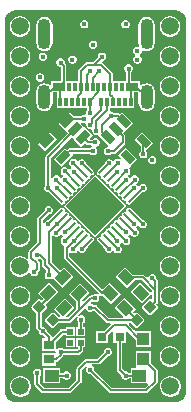
<source format=gtl>
G04*
G04 #@! TF.GenerationSoftware,Altium Limited,CircuitMaker,2.2.1 (2.2.1.6)*
G04*
G04 Layer_Physical_Order=1*
G04 Layer_Color=25308*
%FSLAX25Y25*%
%MOIN*%
G70*
G04*
G04 #@! TF.SameCoordinates,FB4DA932-24D3-4F87-B050-2CA4388B978A*
G04*
G04*
G04 #@! TF.FilePolarity,Positive*
G04*
G01*
G75*
%ADD12C,0.00787*%
%ADD17R,0.04724X0.03937*%
G04:AMPARAMS|DCode=18|XSize=23.62mil|YSize=43.31mil|CornerRadius=0mil|HoleSize=0mil|Usage=FLASHONLY|Rotation=315.000|XOffset=0mil|YOffset=0mil|HoleType=Round|Shape=Rectangle|*
%AMROTATEDRECTD18*
4,1,4,-0.02366,-0.00696,0.00696,0.02366,0.02366,0.00696,-0.00696,-0.02366,-0.02366,-0.00696,0.0*
%
%ADD18ROTATEDRECTD18*%

G04:AMPARAMS|DCode=19|XSize=25.59mil|YSize=43.31mil|CornerRadius=0mil|HoleSize=0mil|Usage=FLASHONLY|Rotation=45.000|XOffset=0mil|YOffset=0mil|HoleType=Round|Shape=Rectangle|*
%AMROTATEDRECTD19*
4,1,4,0.00626,-0.02436,-0.02436,0.00626,-0.00626,0.02436,0.02436,-0.00626,0.00626,-0.02436,0.0*
%
%ADD19ROTATEDRECTD19*%

%ADD20R,0.03937X0.02756*%
%ADD21R,0.01181X0.02756*%
%ADD22P,0.19487X4X90.0*%
G04:AMPARAMS|DCode=23|XSize=7.87mil|YSize=33.47mil|CornerRadius=0mil|HoleSize=0mil|Usage=FLASHONLY|Rotation=45.000|XOffset=0mil|YOffset=0mil|HoleType=Round|Shape=Round|*
%AMOVALD23*
21,1,0.02559,0.00787,0.00000,0.00000,135.0*
1,1,0.00787,0.00905,-0.00905*
1,1,0.00787,-0.00905,0.00905*
%
%ADD23OVALD23*%

G04:AMPARAMS|DCode=24|XSize=7.87mil|YSize=33.47mil|CornerRadius=0mil|HoleSize=0mil|Usage=FLASHONLY|Rotation=135.000|XOffset=0mil|YOffset=0mil|HoleType=Round|Shape=Round|*
%AMOVALD24*
21,1,0.02559,0.00787,0.00000,0.00000,225.0*
1,1,0.00787,0.00905,0.00905*
1,1,0.00787,-0.00905,-0.00905*
%
%ADD24OVALD24*%

G04:AMPARAMS|DCode=25|XSize=31.5mil|YSize=31.5mil|CornerRadius=3.15mil|HoleSize=0mil|Usage=FLASHONLY|Rotation=225.000|XOffset=0mil|YOffset=0mil|HoleType=Round|Shape=RoundedRectangle|*
%AMROUNDEDRECTD25*
21,1,0.03150,0.02520,0,0,225.0*
21,1,0.02520,0.03150,0,0,225.0*
1,1,0.00630,-0.01782,0.00000*
1,1,0.00630,0.00000,0.01782*
1,1,0.00630,0.01782,0.00000*
1,1,0.00630,0.00000,-0.01782*
%
%ADD25ROUNDEDRECTD25*%
%ADD26R,0.03543X0.03150*%
%ADD27R,0.04000X0.04400*%
G04:AMPARAMS|DCode=28|XSize=43.31mil|YSize=35.43mil|CornerRadius=0mil|HoleSize=0mil|Usage=FLASHONLY|Rotation=135.000|XOffset=0mil|YOffset=0mil|HoleType=Round|Shape=Rectangle|*
%AMROTATEDRECTD28*
4,1,4,0.02784,-0.00278,0.00278,-0.02784,-0.02784,0.00278,-0.00278,0.02784,0.02784,-0.00278,0.0*
%
%ADD28ROTATEDRECTD28*%

G04:AMPARAMS|DCode=29|XSize=43.31mil|YSize=35.43mil|CornerRadius=0mil|HoleSize=0mil|Usage=FLASHONLY|Rotation=45.000|XOffset=0mil|YOffset=0mil|HoleType=Round|Shape=Rectangle|*
%AMROTATEDRECTD29*
4,1,4,-0.00278,-0.02784,-0.02784,-0.00278,0.00278,0.02784,0.02784,0.00278,-0.00278,-0.02784,0.0*
%
%ADD29ROTATEDRECTD29*%

%ADD30R,0.01968X0.01968*%
%ADD31R,0.03150X0.03150*%
G04:AMPARAMS|DCode=32|XSize=31.5mil|YSize=31.5mil|CornerRadius=3.15mil|HoleSize=0mil|Usage=FLASHONLY|Rotation=315.000|XOffset=0mil|YOffset=0mil|HoleType=Round|Shape=RoundedRectangle|*
%AMROUNDEDRECTD32*
21,1,0.03150,0.02520,0,0,315.0*
21,1,0.02520,0.03150,0,0,315.0*
1,1,0.00630,0.00000,-0.01782*
1,1,0.00630,-0.01782,0.00000*
1,1,0.00630,0.00000,0.01782*
1,1,0.00630,0.01782,0.00000*
%
%ADD32ROUNDEDRECTD32*%
G04:AMPARAMS|DCode=54|XSize=82.68mil|YSize=43.31mil|CornerRadius=21.65mil|HoleSize=0mil|Usage=FLASHONLY|Rotation=270.000|XOffset=0mil|YOffset=0mil|HoleType=Round|Shape=RoundedRectangle|*
%AMROUNDEDRECTD54*
21,1,0.08268,0.00000,0,0,270.0*
21,1,0.03937,0.04331,0,0,270.0*
1,1,0.04331,0.00000,-0.01968*
1,1,0.04331,0.00000,0.01968*
1,1,0.04331,0.00000,0.01968*
1,1,0.04331,0.00000,-0.01968*
%
%ADD54ROUNDEDRECTD54*%
G04:AMPARAMS|DCode=55|XSize=102.36mil|YSize=43.31mil|CornerRadius=21.65mil|HoleSize=0mil|Usage=FLASHONLY|Rotation=270.000|XOffset=0mil|YOffset=0mil|HoleType=Round|Shape=RoundedRectangle|*
%AMROUNDEDRECTD55*
21,1,0.10236,0.00000,0,0,270.0*
21,1,0.05905,0.04331,0,0,270.0*
1,1,0.04331,0.00000,-0.02953*
1,1,0.04331,0.00000,0.02953*
1,1,0.04331,0.00000,0.02953*
1,1,0.04331,0.00000,-0.02953*
%
%ADD55ROUNDEDRECTD55*%
%ADD56C,0.05905*%
%ADD57C,0.01772*%
%ADD58C,0.03150*%
G36*
X157841Y230557D02*
X158558Y230261D01*
X159203Y229830D01*
X159751Y229281D01*
X160182Y228637D01*
X160479Y227920D01*
X160630Y227159D01*
Y226772D01*
Y103937D01*
Y103549D01*
X160479Y102789D01*
X160182Y102072D01*
X159751Y101427D01*
X159203Y100879D01*
X158558Y100448D01*
X157841Y100151D01*
X157081Y100000D01*
X103549D01*
X102789Y100151D01*
X102072Y100448D01*
X101427Y100879D01*
X100879Y101427D01*
X100448Y102072D01*
X100151Y102789D01*
X100000Y103549D01*
Y103937D01*
Y226772D01*
Y227159D01*
X100151Y227920D01*
X100448Y228637D01*
X100879Y229281D01*
X101427Y229830D01*
X102072Y230261D01*
X102789Y230557D01*
X103549Y230709D01*
X157081D01*
X157841Y230557D01*
D02*
G37*
%LPC*%
G36*
X140630Y227370D02*
X140079D01*
X139569Y227159D01*
X139180Y226769D01*
X138969Y226260D01*
Y225709D01*
X139180Y225199D01*
X139569Y224809D01*
X140079Y224598D01*
X140630D01*
X141139Y224809D01*
X141529Y225199D01*
X141740Y225709D01*
Y226260D01*
X141529Y226769D01*
X141139Y227159D01*
X140630Y227370D01*
D02*
G37*
G36*
X126850D02*
X126299D01*
X125790Y227159D01*
X125400Y226769D01*
X125189Y226260D01*
Y225709D01*
X125400Y225199D01*
X125790Y224809D01*
X126299Y224598D01*
X126850D01*
X127360Y224809D01*
X127750Y225199D01*
X127961Y225709D01*
Y226260D01*
X127750Y226769D01*
X127360Y227159D01*
X126850Y227370D01*
D02*
G37*
G36*
X155573Y228768D02*
X154664D01*
X153785Y228532D01*
X152998Y228078D01*
X152355Y227435D01*
X151901Y226648D01*
X151665Y225769D01*
Y224860D01*
X151901Y223982D01*
X152355Y223195D01*
X152998Y222552D01*
X153785Y222097D01*
X154664Y221862D01*
X155573D01*
X156451Y222097D01*
X157238Y222552D01*
X157881Y223195D01*
X158336Y223982D01*
X158571Y224860D01*
Y225769D01*
X158336Y226648D01*
X157881Y227435D01*
X157238Y228078D01*
X156451Y228532D01*
X155573Y228768D01*
D02*
G37*
G36*
X105573D02*
X104664D01*
X103785Y228532D01*
X102998Y228078D01*
X102355Y227435D01*
X101901Y226648D01*
X101665Y225769D01*
Y224860D01*
X101901Y223982D01*
X102355Y223195D01*
X102998Y222552D01*
X103785Y222097D01*
X104664Y221862D01*
X105573D01*
X106451Y222097D01*
X107238Y222552D01*
X107881Y223195D01*
X108336Y223982D01*
X108571Y224860D01*
Y225769D01*
X108336Y226648D01*
X107881Y227435D01*
X107238Y228078D01*
X106451Y228532D01*
X105573Y228768D01*
D02*
G37*
G36*
X129803Y220528D02*
X129252D01*
X128743Y220317D01*
X128353Y219927D01*
X128142Y219417D01*
Y218866D01*
X128353Y218357D01*
X128743Y217967D01*
X129252Y217756D01*
X129803D01*
X130313Y217967D01*
X130702Y218357D01*
X130913Y218866D01*
Y219417D01*
X130702Y219927D01*
X130313Y220317D01*
X129803Y220528D01*
D02*
G37*
G36*
X147323Y228358D02*
X146627Y228266D01*
X145979Y227997D01*
X145422Y227570D01*
X144995Y227013D01*
X144726Y226365D01*
X144634Y225669D01*
Y219764D01*
X144726Y219068D01*
X144766Y218970D01*
X144706Y218832D01*
X144415Y218512D01*
X144016D01*
X143506Y218301D01*
X143116Y217911D01*
X142905Y217402D01*
Y216850D01*
X143116Y216341D01*
X143506Y215951D01*
X143581Y215920D01*
Y215379D01*
X143506Y215348D01*
X143116Y214958D01*
X142905Y214449D01*
Y213898D01*
X143116Y213388D01*
X143506Y212998D01*
X144016Y212787D01*
X144567D01*
X145076Y212998D01*
X145466Y213388D01*
X145677Y213898D01*
Y214449D01*
X145466Y214958D01*
X145076Y215348D01*
X145002Y215379D01*
Y215920D01*
X145076Y215951D01*
X145466Y216341D01*
X145677Y216850D01*
Y217038D01*
X145736Y217115D01*
X146177Y217353D01*
X146627Y217167D01*
X147323Y217075D01*
X148019Y217167D01*
X148667Y217436D01*
X149224Y217863D01*
X149651Y218420D01*
X149920Y219068D01*
X150011Y219764D01*
Y225669D01*
X149920Y226365D01*
X149651Y227013D01*
X149224Y227570D01*
X148667Y227997D01*
X148019Y228266D01*
X147323Y228358D01*
D02*
G37*
G36*
X113307D02*
X112611Y228266D01*
X111963Y227997D01*
X111406Y227570D01*
X110979Y227013D01*
X110710Y226365D01*
X110619Y225669D01*
Y219764D01*
X110710Y219068D01*
X110979Y218420D01*
X111406Y217863D01*
X111963Y217436D01*
X112611Y217167D01*
X113307Y217075D01*
X114003Y217167D01*
X114651Y217436D01*
X115208Y217863D01*
X115635Y218420D01*
X115904Y219068D01*
X115995Y219764D01*
Y225669D01*
X115904Y226365D01*
X115635Y227013D01*
X115208Y227570D01*
X114651Y227997D01*
X114003Y228266D01*
X113307Y228358D01*
D02*
G37*
G36*
X113071Y216543D02*
X112520D01*
X112010Y216332D01*
X111620Y215943D01*
X111409Y215433D01*
Y214882D01*
X111620Y214372D01*
X112010Y213983D01*
X112520Y213772D01*
X113071D01*
X113580Y213983D01*
X113970Y214372D01*
X114181Y214882D01*
Y215433D01*
X113970Y215943D01*
X113580Y216332D01*
X113071Y216543D01*
D02*
G37*
G36*
X122914Y215559D02*
X122362D01*
X121853Y215348D01*
X121463Y214958D01*
X121252Y214449D01*
Y213898D01*
X121463Y213388D01*
X121853Y212998D01*
X122362Y212787D01*
X122914D01*
X123423Y212998D01*
X123813Y213388D01*
X124024Y213898D01*
Y214449D01*
X123813Y214958D01*
X123423Y215348D01*
X122914Y215559D01*
D02*
G37*
G36*
X155573Y218768D02*
X154664D01*
X153785Y218532D01*
X152998Y218078D01*
X152355Y217435D01*
X151901Y216648D01*
X151665Y215770D01*
Y214860D01*
X151901Y213982D01*
X152355Y213195D01*
X152998Y212552D01*
X153785Y212098D01*
X154664Y211862D01*
X155573D01*
X156451Y212098D01*
X157238Y212552D01*
X157881Y213195D01*
X158336Y213982D01*
X158571Y214860D01*
Y215770D01*
X158336Y216648D01*
X157881Y217435D01*
X157238Y218078D01*
X156451Y218532D01*
X155573Y218768D01*
D02*
G37*
G36*
X105573D02*
X104664D01*
X103785Y218532D01*
X102998Y218078D01*
X102355Y217435D01*
X101901Y216648D01*
X101665Y215770D01*
Y214860D01*
X101901Y213982D01*
X102355Y213195D01*
X102998Y212552D01*
X103785Y212098D01*
X104664Y211862D01*
X105573D01*
X106451Y212098D01*
X107238Y212552D01*
X107881Y213195D01*
X108336Y213982D01*
X108571Y214860D01*
Y215770D01*
X108336Y216648D01*
X107881Y217435D01*
X107238Y218078D01*
X106451Y218532D01*
X105573Y218768D01*
D02*
G37*
G36*
X132756Y216543D02*
X132205D01*
X131695Y216332D01*
X131306Y215943D01*
X131095Y215433D01*
Y215060D01*
X129461Y213427D01*
X127599D01*
X127250Y213358D01*
X126955Y213160D01*
X124749Y210955D01*
X124552Y210659D01*
X124483Y210310D01*
Y206996D01*
X120596D01*
Y212205D01*
X120527Y212553D01*
X120329Y212849D01*
X120087Y213092D01*
Y213465D01*
X119876Y213974D01*
X119486Y214364D01*
X118976Y214575D01*
X118425D01*
X117916Y214364D01*
X117526Y213974D01*
X117315Y213465D01*
Y212913D01*
X117526Y212404D01*
X117916Y212014D01*
X118425Y211803D01*
X118774D01*
Y207070D01*
X118700Y206996D01*
X115642D01*
Y205740D01*
X115401Y205598D01*
X115142Y205535D01*
X114651Y205911D01*
X114003Y206179D01*
X113307Y206271D01*
X112611Y206179D01*
X111963Y205911D01*
X111406Y205484D01*
X110979Y204927D01*
X110710Y204278D01*
X110619Y203583D01*
Y199646D01*
X110710Y198950D01*
X110979Y198301D01*
X111406Y197745D01*
X111963Y197318D01*
X112611Y197049D01*
X113307Y196957D01*
X114003Y197049D01*
X114651Y197318D01*
X115208Y197745D01*
X115635Y198301D01*
X115904Y198950D01*
X115995Y199646D01*
Y203014D01*
X116222Y203240D01*
X117593D01*
Y201878D01*
X117413D01*
Y198122D01*
X127435D01*
Y197309D01*
X127368Y197242D01*
X127157Y196732D01*
Y196288D01*
X126981Y196050D01*
X126743Y195874D01*
X126299D01*
X125790Y195663D01*
X125526Y195399D01*
X122925D01*
X121668Y196657D01*
X117898Y192888D01*
X120189Y190597D01*
X120276Y190510D01*
X120543Y190243D01*
X120543Y190243D01*
X121087Y189699D01*
X113874Y182485D01*
X113676Y182190D01*
X113607Y181841D01*
Y172456D01*
X113343Y172193D01*
X113132Y171683D01*
Y171132D01*
X113343Y170623D01*
X113733Y170233D01*
X114242Y170022D01*
X114615D01*
X116726Y167912D01*
X116726Y167912D01*
X118535Y166102D01*
X118831Y165904D01*
X119179Y165835D01*
X119528Y165904D01*
X119824Y166102D01*
X120021Y166398D01*
X120091Y166746D01*
X120072Y166842D01*
X120476Y167246D01*
X120571Y167227D01*
X120920Y167296D01*
X121216Y167494D01*
X121413Y167789D01*
X121483Y168138D01*
X121464Y168234D01*
X121868Y168638D01*
X121963Y168619D01*
X122312Y168688D01*
X122608Y168886D01*
X122805Y169181D01*
X122874Y169530D01*
X122855Y169626D01*
X123260Y170030D01*
X123355Y170011D01*
X123704Y170080D01*
X124000Y170278D01*
X124197Y170573D01*
X124267Y170922D01*
X124248Y171018D01*
X124652Y171422D01*
X124747Y171403D01*
X125096Y171472D01*
X125391Y171670D01*
X125589Y171965D01*
X125658Y172314D01*
X125639Y172409D01*
X126044Y172814D01*
X126139Y172795D01*
X126488Y172864D01*
X126783Y173062D01*
X126981Y173357D01*
X127050Y173706D01*
X127031Y173801D01*
X127436Y174206D01*
X127531Y174187D01*
X127880Y174256D01*
X128175Y174454D01*
X128373Y174749D01*
X128442Y175098D01*
X128423Y175193D01*
X128828Y175598D01*
X128923Y175579D01*
X129272Y175648D01*
X129567Y175846D01*
X129765Y176141D01*
X129834Y176490D01*
X129765Y176839D01*
X129567Y177134D01*
X127758Y178944D01*
X127758Y178944D01*
X127173Y179528D01*
Y179901D01*
X126962Y180411D01*
X126572Y180800D01*
X126063Y181011D01*
X125512D01*
X125002Y180800D01*
X124613Y180411D01*
X124086Y180445D01*
X124045Y180544D01*
X123655Y180934D01*
X123145Y181145D01*
X122594D01*
X122085Y180934D01*
X121695Y180544D01*
X121484Y180035D01*
Y179484D01*
X121695Y178974D01*
X122085Y178585D01*
X122184Y178543D01*
X122219Y178016D01*
X121829Y177627D01*
X121302Y177661D01*
X121261Y177761D01*
X120871Y178150D01*
X120361Y178361D01*
X119810D01*
X119301Y178150D01*
X118911Y177761D01*
X118700Y177251D01*
Y176700D01*
X118911Y176190D01*
X119301Y175801D01*
X119400Y175759D01*
X119435Y175233D01*
X119045Y174843D01*
X118518Y174877D01*
X118477Y174977D01*
X118087Y175366D01*
X117578Y175577D01*
X117026D01*
X116517Y175366D01*
X116127Y174977D01*
X115916Y174467D01*
X115429Y174499D01*
Y181463D01*
X122376Y188410D01*
X122834Y187952D01*
X122920Y187866D01*
X123187Y187598D01*
X123274Y187512D01*
X125565Y185221D01*
X126805Y186461D01*
X127297Y185970D01*
X127593Y185772D01*
X127941Y185703D01*
X128952D01*
X129104Y185509D01*
X128935Y184916D01*
X128743Y184836D01*
X128479Y184573D01*
X121628D01*
X121279Y184503D01*
X120984Y184306D01*
X120820Y184142D01*
X120276Y184687D01*
X116506Y180917D01*
X118884Y178540D01*
X122653Y182309D01*
Y182309D01*
X122836Y182750D01*
X128479D01*
X128743Y182487D01*
X129252Y182276D01*
X129803D01*
X130313Y182487D01*
X130702Y182876D01*
X130913Y183386D01*
Y183937D01*
X130702Y184446D01*
X130420Y184728D01*
X130572Y185227D01*
X130574Y185228D01*
X130591D01*
X131100Y185439D01*
X131490Y185829D01*
X131701Y186338D01*
Y186890D01*
X131490Y187399D01*
X131100Y187789D01*
X130591Y188000D01*
X130039D01*
X129530Y187789D01*
X129266Y187525D01*
X128577D01*
X128369Y188025D01*
X129334Y188990D01*
X127043Y191281D01*
X126957Y191368D01*
X126690Y191635D01*
X126603Y191721D01*
X125583Y192742D01*
X125733Y193298D01*
X125773Y193309D01*
X125827Y193298D01*
X126299Y193102D01*
X126743D01*
X126981Y192926D01*
X127157Y192688D01*
Y192244D01*
X127368Y191735D01*
X127758Y191345D01*
X128268Y191134D01*
X128712D01*
X128950Y190958D01*
X129126Y190720D01*
Y190276D01*
X129337Y189766D01*
X129727Y189376D01*
X130236Y189165D01*
X130788D01*
X130835Y189185D01*
X131226Y188921D01*
X134599Y185547D01*
X134392Y185047D01*
X134173D01*
X133664Y184836D01*
X133274Y184446D01*
X133063Y183937D01*
Y183386D01*
X133274Y182876D01*
X133664Y182487D01*
X134173Y182276D01*
X134724D01*
X135234Y182487D01*
X135497Y182750D01*
X136417D01*
X136766Y182820D01*
X137062Y183017D01*
X140014Y185970D01*
X140212Y186266D01*
X140281Y186614D01*
Y188583D01*
X140212Y188931D01*
X140014Y189227D01*
X139543Y189699D01*
X139931Y190087D01*
X140157Y190313D01*
X140510Y190666D01*
X142801Y192957D01*
X139032Y196727D01*
X138418Y196113D01*
X138414Y196117D01*
X138118Y196314D01*
X137770Y196384D01*
X136482D01*
X136218Y196647D01*
X135709Y196858D01*
X135518D01*
X135477Y196881D01*
X135146Y197353D01*
X135163Y197441D01*
Y198122D01*
X143217D01*
Y201878D01*
X143037D01*
Y203240D01*
X144408D01*
X144634Y203014D01*
Y199646D01*
X144726Y198950D01*
X144995Y198301D01*
X145422Y197745D01*
X145979Y197318D01*
X146627Y197049D01*
X147323Y196957D01*
X148019Y197049D01*
X148667Y197318D01*
X149224Y197745D01*
X149651Y198301D01*
X149920Y198950D01*
X150011Y199646D01*
Y203583D01*
X149920Y204278D01*
X149651Y204927D01*
X149224Y205484D01*
X148667Y205911D01*
X148019Y206179D01*
X147323Y206271D01*
X146627Y206179D01*
X145979Y205911D01*
X145488Y205535D01*
X145229Y205598D01*
X144988Y205740D01*
Y206996D01*
X142250D01*
Y210172D01*
X142513Y210436D01*
X142724Y210945D01*
Y211496D01*
X142513Y212005D01*
X142124Y212395D01*
X141614Y212606D01*
X141063D01*
X140554Y212395D01*
X140164Y212005D01*
X139953Y211496D01*
Y210945D01*
X140164Y210436D01*
X140427Y210172D01*
Y206996D01*
X136147D01*
Y209449D01*
X136078Y209798D01*
X135880Y210093D01*
X132814Y213160D01*
X132647Y213272D01*
X132739Y213694D01*
X132772Y213778D01*
X133265Y213983D01*
X133655Y214372D01*
X133866Y214882D01*
Y215433D01*
X133655Y215943D01*
X133265Y216332D01*
X132756Y216543D01*
D02*
G37*
G36*
X112087Y209653D02*
X111535D01*
X111026Y209443D01*
X110636Y209053D01*
X110425Y208543D01*
Y207992D01*
X110636Y207483D01*
X111026Y207093D01*
X111535Y206882D01*
X112087D01*
X112596Y207093D01*
X112986Y207483D01*
X113197Y207992D01*
Y208543D01*
X112986Y209053D01*
X112596Y209443D01*
X112087Y209653D01*
D02*
G37*
G36*
X155573Y208768D02*
X154664D01*
X153785Y208532D01*
X152998Y208078D01*
X152355Y207435D01*
X151901Y206648D01*
X151665Y205769D01*
Y204860D01*
X151901Y203982D01*
X152355Y203195D01*
X152998Y202552D01*
X153785Y202098D01*
X154664Y201862D01*
X155573D01*
X156451Y202098D01*
X157238Y202552D01*
X157881Y203195D01*
X158336Y203982D01*
X158571Y204860D01*
Y205769D01*
X158336Y206648D01*
X157881Y207435D01*
X157238Y208078D01*
X156451Y208532D01*
X155573Y208768D01*
D02*
G37*
G36*
X105573D02*
X104664D01*
X103785Y208532D01*
X102998Y208078D01*
X102355Y207435D01*
X101901Y206648D01*
X101665Y205769D01*
Y204860D01*
X101901Y203982D01*
X102355Y203195D01*
X102998Y202552D01*
X103785Y202098D01*
X104664Y201862D01*
X105573D01*
X106451Y202098D01*
X107238Y202552D01*
X107881Y203195D01*
X108336Y203982D01*
X108571Y204860D01*
Y205769D01*
X108336Y206648D01*
X107881Y207435D01*
X107238Y208078D01*
X106451Y208532D01*
X105573Y208768D01*
D02*
G37*
G36*
X155573Y198768D02*
X154664D01*
X153785Y198532D01*
X152998Y198078D01*
X152355Y197435D01*
X151901Y196648D01*
X151665Y195770D01*
Y194860D01*
X151901Y193982D01*
X152355Y193195D01*
X152998Y192552D01*
X153785Y192097D01*
X154664Y191862D01*
X155573D01*
X156451Y192097D01*
X157238Y192552D01*
X157881Y193195D01*
X158336Y193982D01*
X158571Y194860D01*
Y195770D01*
X158336Y196648D01*
X157881Y197435D01*
X157238Y198078D01*
X156451Y198532D01*
X155573Y198768D01*
D02*
G37*
G36*
X105573D02*
X104664D01*
X103785Y198532D01*
X102998Y198078D01*
X102355Y197435D01*
X101901Y196648D01*
X101665Y195770D01*
Y194860D01*
X101901Y193982D01*
X102355Y193195D01*
X102998Y192552D01*
X103785Y192097D01*
X104664Y191862D01*
X105573D01*
X106451Y192097D01*
X107238Y192552D01*
X107881Y193195D01*
X108336Y193982D01*
X108571Y194860D01*
Y195770D01*
X108336Y196648D01*
X107881Y197435D01*
X107238Y198078D01*
X106451Y198532D01*
X105573Y198768D01*
D02*
G37*
G36*
X114986Y189976D02*
X111217Y186206D01*
X113594Y183829D01*
X117364Y187598D01*
X114986Y189976D01*
D02*
G37*
G36*
X155573Y188768D02*
X154664D01*
X153785Y188532D01*
X152998Y188078D01*
X152355Y187435D01*
X151901Y186648D01*
X151665Y185769D01*
Y184860D01*
X151901Y183982D01*
X152355Y183195D01*
X152998Y182552D01*
X153785Y182097D01*
X154664Y181862D01*
X155573D01*
X156451Y182097D01*
X157238Y182552D01*
X157881Y183195D01*
X158336Y183982D01*
X158571Y184860D01*
Y185769D01*
X158336Y186648D01*
X157881Y187435D01*
X157238Y188078D01*
X156451Y188532D01*
X155573Y188768D01*
D02*
G37*
G36*
X105573D02*
X104664D01*
X103785Y188532D01*
X102998Y188078D01*
X102355Y187435D01*
X101901Y186648D01*
X101665Y185769D01*
Y184860D01*
X101901Y183982D01*
X102355Y183195D01*
X102998Y182552D01*
X103785Y182097D01*
X104664Y181862D01*
X105573D01*
X106451Y182097D01*
X107238Y182552D01*
X107881Y183195D01*
X108336Y183982D01*
X108571Y184860D01*
Y185769D01*
X108336Y186648D01*
X107881Y187435D01*
X107238Y188078D01*
X106451Y188532D01*
X105573Y188768D01*
D02*
G37*
G36*
X145713Y190045D02*
X143197Y187529D01*
X145349Y185377D01*
Y183726D01*
X145085Y183462D01*
X144874Y182953D01*
Y182402D01*
X145085Y181892D01*
X145475Y181502D01*
X145984Y181291D01*
X146536D01*
X147045Y181502D01*
X147435Y181892D01*
X147646Y182402D01*
Y182953D01*
X147435Y183462D01*
X147171Y183726D01*
Y183965D01*
X149483Y186276D01*
X145713Y190045D01*
D02*
G37*
G36*
X140424Y184756D02*
X137907Y182239D01*
X138831Y181316D01*
X138545Y180934D01*
X138036Y181145D01*
X137485D01*
X136975Y180934D01*
X136585Y180544D01*
X136544Y180445D01*
X136017Y180411D01*
X135627Y180800D01*
X135118Y181011D01*
X134567D01*
X134057Y180800D01*
X133668Y180411D01*
X133457Y179901D01*
Y179528D01*
X132872Y178944D01*
X132872Y178944D01*
X131063Y177134D01*
X130865Y176839D01*
X130796Y176490D01*
X130865Y176141D01*
X131063Y175846D01*
X131358Y175648D01*
X131707Y175579D01*
X131802Y175598D01*
X132207Y175193D01*
X132188Y175098D01*
X132257Y174749D01*
X132455Y174454D01*
X132750Y174256D01*
X133099Y174187D01*
X133194Y174206D01*
X133599Y173801D01*
X133580Y173706D01*
X133649Y173357D01*
X133846Y173062D01*
X134142Y172864D01*
X134491Y172795D01*
X134586Y172814D01*
X134991Y172409D01*
X134971Y172314D01*
X135041Y171965D01*
X135238Y171670D01*
X135534Y171472D01*
X135883Y171403D01*
X135978Y171422D01*
X136382Y171018D01*
X136363Y170922D01*
X136433Y170573D01*
X136630Y170278D01*
X136926Y170080D01*
X137275Y170011D01*
X137370Y170030D01*
X137774Y169626D01*
X137755Y169530D01*
X137825Y169181D01*
X138022Y168886D01*
X138318Y168688D01*
X138667Y168619D01*
X138762Y168638D01*
X139166Y168234D01*
X139147Y168138D01*
X139217Y167789D01*
X139414Y167494D01*
X139710Y167296D01*
X140059Y167227D01*
X140154Y167246D01*
X140558Y166842D01*
X140539Y166746D01*
X140609Y166398D01*
X140806Y166102D01*
X141102Y165904D01*
X141451Y165835D01*
X141799Y165904D01*
X142095Y166102D01*
X143904Y167912D01*
X143904Y167912D01*
X146015Y170022D01*
X146388D01*
X146897Y170233D01*
X147287Y170623D01*
X147498Y171132D01*
Y171683D01*
X147287Y172193D01*
X146897Y172583D01*
X146388Y172793D01*
X145836D01*
X145327Y172583D01*
X144937Y172193D01*
X144896Y172093D01*
X144369Y172059D01*
X143979Y172449D01*
X144014Y172976D01*
X144113Y173017D01*
X144503Y173407D01*
X144714Y173916D01*
Y174467D01*
X144503Y174977D01*
X144113Y175366D01*
X143604Y175577D01*
X143052D01*
X142543Y175366D01*
X142153Y174977D01*
X142112Y174877D01*
X141585Y174843D01*
X141195Y175233D01*
X141230Y175759D01*
X141329Y175801D01*
X141719Y176190D01*
X141930Y176700D01*
Y177251D01*
X141719Y177761D01*
X141391Y178088D01*
X141677Y178470D01*
X141689Y178482D01*
X141985Y178779D01*
X141986Y178779D01*
X142005Y178798D01*
X144193Y180987D01*
X140424Y184756D01*
D02*
G37*
G36*
X149488Y182095D02*
X148937D01*
X148428Y181884D01*
X148038Y181494D01*
X147827Y180984D01*
Y180433D01*
X148038Y179924D01*
X148428Y179534D01*
X148937Y179323D01*
X149488D01*
X149998Y179534D01*
X150387Y179924D01*
X150598Y180433D01*
Y180984D01*
X150387Y181494D01*
X149998Y181884D01*
X149488Y182095D01*
D02*
G37*
G36*
X155573Y178768D02*
X154664D01*
X153785Y178532D01*
X152998Y178078D01*
X152355Y177435D01*
X151901Y176648D01*
X151665Y175769D01*
Y174860D01*
X151901Y173982D01*
X152355Y173195D01*
X152998Y172552D01*
X153785Y172098D01*
X154664Y171862D01*
X155573D01*
X156451Y172098D01*
X157238Y172552D01*
X157881Y173195D01*
X158336Y173982D01*
X158571Y174860D01*
Y175769D01*
X158336Y176648D01*
X157881Y177435D01*
X157238Y178078D01*
X156451Y178532D01*
X155573Y178768D01*
D02*
G37*
G36*
X105573D02*
X104664D01*
X103785Y178532D01*
X102998Y178078D01*
X102355Y177435D01*
X101901Y176648D01*
X101665Y175769D01*
Y174860D01*
X101901Y173982D01*
X102355Y173195D01*
X102998Y172552D01*
X103785Y172098D01*
X104664Y171862D01*
X105573D01*
X106451Y172098D01*
X107238Y172552D01*
X107881Y173195D01*
X108336Y173982D01*
X108571Y174860D01*
Y175769D01*
X108336Y176648D01*
X107881Y177435D01*
X107238Y178078D01*
X106451Y178532D01*
X105573Y178768D01*
D02*
G37*
G36*
X141451Y164874D02*
X141102Y164804D01*
X140806Y164607D01*
X140609Y164311D01*
X140539Y163962D01*
X140558Y163867D01*
X140154Y163463D01*
X140059Y163482D01*
X139710Y163412D01*
X139414Y163215D01*
X139217Y162919D01*
X139147Y162571D01*
X139166Y162475D01*
X138762Y162071D01*
X138667Y162090D01*
X138318Y162020D01*
X138022Y161823D01*
X137825Y161527D01*
X137755Y161179D01*
X137774Y161083D01*
X137370Y160679D01*
X137275Y160698D01*
X136926Y160628D01*
X136630Y160431D01*
X136433Y160135D01*
X136363Y159787D01*
X136382Y159691D01*
X135978Y159287D01*
X135883Y159306D01*
X135534Y159237D01*
X135238Y159039D01*
X135041Y158743D01*
X134971Y158395D01*
X134991Y158299D01*
X134586Y157895D01*
X134491Y157914D01*
X134142Y157844D01*
X133846Y157647D01*
X133649Y157351D01*
X133580Y157003D01*
X133599Y156907D01*
X133194Y156503D01*
X133099Y156522D01*
X132750Y156453D01*
X132455Y156255D01*
X132257Y155959D01*
X132188Y155611D01*
X132207Y155515D01*
X131802Y155111D01*
X131707Y155130D01*
X131358Y155061D01*
X131063Y154863D01*
X130865Y154568D01*
X130796Y154219D01*
X130865Y153870D01*
X131063Y153575D01*
X132872Y151765D01*
X132872Y151765D01*
X133457Y151180D01*
Y150807D01*
X133668Y150298D01*
X134057Y149908D01*
X134567Y149697D01*
X135118D01*
X135627Y149908D01*
X136017Y150298D01*
X136544Y150264D01*
X136585Y150164D01*
X136975Y149774D01*
X137485Y149564D01*
X138036D01*
X138545Y149774D01*
X138935Y150164D01*
X139146Y150674D01*
Y151225D01*
X138935Y151734D01*
X138545Y152124D01*
X138446Y152165D01*
X138411Y152692D01*
X138801Y153082D01*
X139328Y153048D01*
X139369Y152948D01*
X139759Y152558D01*
X140269Y152347D01*
X140820D01*
X141329Y152558D01*
X141719Y152948D01*
X141930Y153457D01*
Y154009D01*
X141719Y154518D01*
X141329Y154908D01*
X141230Y154949D01*
X141195Y155476D01*
X141585Y155866D01*
X142112Y155832D01*
X142153Y155732D01*
X142543Y155342D01*
X143052Y155131D01*
X143604D01*
X144113Y155342D01*
X144503Y155732D01*
X144714Y156241D01*
Y156793D01*
X144503Y157302D01*
X144113Y157692D01*
X144014Y157733D01*
X143979Y158260D01*
X144369Y158650D01*
X144896Y158615D01*
X144937Y158516D01*
X145327Y158126D01*
X145836Y157915D01*
X146388D01*
X146897Y158126D01*
X147287Y158516D01*
X147498Y159025D01*
Y159577D01*
X147287Y160086D01*
X146897Y160476D01*
X146388Y160687D01*
X146015D01*
X143904Y162797D01*
X143904Y162797D01*
X142095Y164607D01*
X141799Y164804D01*
X141451Y164874D01*
D02*
G37*
G36*
X155573Y168768D02*
X154664D01*
X153785Y168532D01*
X152998Y168078D01*
X152355Y167435D01*
X151901Y166648D01*
X151665Y165770D01*
Y164860D01*
X151901Y163982D01*
X152355Y163195D01*
X152998Y162552D01*
X153785Y162098D01*
X154664Y161862D01*
X155573D01*
X156451Y162098D01*
X157238Y162552D01*
X157881Y163195D01*
X158336Y163982D01*
X158571Y164860D01*
Y165770D01*
X158336Y166648D01*
X157881Y167435D01*
X157238Y168078D01*
X156451Y168532D01*
X155573Y168768D01*
D02*
G37*
G36*
X105573D02*
X104664D01*
X103785Y168532D01*
X102998Y168078D01*
X102355Y167435D01*
X101901Y166648D01*
X101665Y165770D01*
Y164860D01*
X101901Y163982D01*
X102355Y163195D01*
X102998Y162552D01*
X103785Y162098D01*
X104664Y161862D01*
X105573D01*
X106451Y162098D01*
X107238Y162552D01*
X107881Y163195D01*
X108336Y163982D01*
X108571Y164860D01*
Y165770D01*
X108336Y166648D01*
X107881Y167435D01*
X107238Y168078D01*
X106451Y168532D01*
X105573Y168768D01*
D02*
G37*
G36*
X130315Y175805D02*
X119864Y165354D01*
X130315Y154904D01*
X140766Y165354D01*
X130315Y175805D01*
D02*
G37*
G36*
X155573Y158768D02*
X154664D01*
X153785Y158532D01*
X152998Y158078D01*
X152355Y157435D01*
X151901Y156648D01*
X151665Y155770D01*
Y154860D01*
X151901Y153982D01*
X152355Y153195D01*
X152998Y152552D01*
X153785Y152097D01*
X154664Y151862D01*
X155573D01*
X156451Y152097D01*
X157238Y152552D01*
X157881Y153195D01*
X158336Y153982D01*
X158571Y154860D01*
Y155770D01*
X158336Y156648D01*
X157881Y157435D01*
X157238Y158078D01*
X156451Y158532D01*
X155573Y158768D01*
D02*
G37*
G36*
X105573D02*
X104664D01*
X103785Y158532D01*
X102998Y158078D01*
X102355Y157435D01*
X101901Y156648D01*
X101665Y155770D01*
Y154860D01*
X101901Y153982D01*
X102355Y153195D01*
X102998Y152552D01*
X103785Y152097D01*
X104664Y151862D01*
X105573D01*
X106451Y152097D01*
X107238Y152552D01*
X107881Y153195D01*
X108336Y153982D01*
X108571Y154860D01*
Y155770D01*
X108336Y156648D01*
X107881Y157435D01*
X107238Y158078D01*
X106451Y158532D01*
X105573Y158768D01*
D02*
G37*
G36*
X115039Y165362D02*
X114488D01*
X113979Y165151D01*
X113589Y164761D01*
X113378Y164252D01*
Y163879D01*
X111167Y161668D01*
X110969Y161372D01*
X110900Y161024D01*
Y153527D01*
X108214Y150841D01*
X108016Y150546D01*
X107947Y150197D01*
Y148228D01*
X107985Y148038D01*
X107524Y147792D01*
X107238Y148078D01*
X106451Y148532D01*
X105573Y148768D01*
X104664D01*
X103785Y148532D01*
X102998Y148078D01*
X102355Y147435D01*
X101901Y146648D01*
X101665Y145770D01*
Y144860D01*
X101901Y143982D01*
X102355Y143195D01*
X102998Y142552D01*
X103785Y142097D01*
X104664Y141862D01*
X105573D01*
X106451Y142097D01*
X107238Y142552D01*
X107881Y143195D01*
X107957Y143326D01*
X108457Y143192D01*
Y143031D01*
X108668Y142522D01*
X109057Y142132D01*
X109567Y141921D01*
X110118D01*
X110627Y142132D01*
X111017Y142522D01*
X111228Y143031D01*
Y143404D01*
X111471Y143647D01*
X111669Y143943D01*
X111738Y144291D01*
Y146260D01*
X111669Y146609D01*
X111471Y146904D01*
X111048Y147327D01*
X111068Y147512D01*
X111211Y147872D01*
X111612Y148038D01*
X111654Y148081D01*
X112565Y147170D01*
Y145579D01*
X112635Y145230D01*
X112832Y144934D01*
X113853Y143914D01*
Y143371D01*
X113589Y143108D01*
X113378Y142598D01*
Y142047D01*
X113589Y141538D01*
X113979Y141148D01*
X114488Y140937D01*
X115039D01*
X115549Y141148D01*
X115594Y141194D01*
X116055Y141289D01*
X119267Y138076D01*
X123037Y141846D01*
X119824Y145059D01*
X118584Y143818D01*
X115675Y146727D01*
Y155531D01*
X115951Y155654D01*
X116175Y155684D01*
X116517Y155342D01*
X117026Y155131D01*
X117578D01*
X118087Y155342D01*
X118477Y155732D01*
X118518Y155832D01*
X119045Y155866D01*
X119435Y155476D01*
X119400Y154949D01*
X119301Y154908D01*
X118911Y154518D01*
X118700Y154009D01*
Y153457D01*
X118911Y152948D01*
X119301Y152558D01*
X119597Y152436D01*
X119819Y151911D01*
X119821Y151847D01*
X119758Y151533D01*
Y148228D01*
X119827Y147880D01*
X120025Y147584D01*
X131360Y136249D01*
X131038Y135882D01*
X130529Y136093D01*
X129978D01*
X129468Y135882D01*
X129205Y135619D01*
X128802D01*
X128453Y135549D01*
X128158Y135352D01*
X126378Y133572D01*
X125861Y133762D01*
X125826Y134056D01*
X128326Y136556D01*
X125114Y139769D01*
X121344Y136000D01*
X123924Y133420D01*
Y131118D01*
X121097Y128291D01*
X120803Y128326D01*
X120613Y128843D01*
X123315Y131545D01*
X120103Y134758D01*
X116333Y130989D01*
X118519Y128803D01*
X118327Y128306D01*
X117995Y128269D01*
X116594Y129670D01*
X116325Y129850D01*
X116007Y129913D01*
X115689Y129850D01*
X115419Y129670D01*
X113637Y127888D01*
X113457Y127618D01*
X113394Y127301D01*
X113457Y126982D01*
X113637Y126713D01*
X115419Y124931D01*
X115689Y124751D01*
X116007Y124688D01*
X116325Y124751D01*
X116594Y124931D01*
X118052Y126389D01*
X121395D01*
X121744Y126459D01*
X122039Y126656D01*
X124049Y128666D01*
X124416Y128344D01*
X124205Y127835D01*
Y127283D01*
X124416Y126774D01*
X124483Y126707D01*
Y124909D01*
X123909D01*
Y121941D01*
X126878D01*
Y124909D01*
X126305D01*
Y126355D01*
X126375Y126384D01*
X126765Y126774D01*
X126976Y127283D01*
Y127835D01*
X126765Y128344D01*
X126375Y128734D01*
X125866Y128945D01*
X125315D01*
X124806Y128734D01*
X124484Y129101D01*
X125479Y130096D01*
X125480Y130096D01*
X126657Y131274D01*
X126842Y131254D01*
X127202Y131112D01*
X127368Y130711D01*
X127758Y130321D01*
X128268Y130110D01*
X128819D01*
X129328Y130321D01*
X129592Y130585D01*
X129938D01*
X133866Y126656D01*
X134162Y126459D01*
X134511Y126389D01*
X135220D01*
X135427Y125889D01*
X133268Y123730D01*
X130407D01*
Y119580D01*
X134556D01*
Y122441D01*
X135812Y123697D01*
X136312Y123490D01*
X136312Y123329D01*
Y119580D01*
X137476D01*
Y110826D01*
X137545Y110477D01*
X137743Y110181D01*
X138969Y108955D01*
Y108583D01*
X139180Y108073D01*
X139569Y107683D01*
X140079Y107473D01*
X140630D01*
X141139Y107683D01*
X141403Y107947D01*
X142020D01*
Y106390D01*
X147246D01*
X147314Y106390D01*
X147775Y105920D01*
X147773Y105755D01*
X146867Y104848D01*
X135810D01*
X129929Y110730D01*
Y111102D01*
X129718Y111612D01*
X129328Y112002D01*
X129037Y112122D01*
X129137Y112622D01*
X131250D01*
X131599Y112692D01*
X131894Y112889D01*
X134352Y115347D01*
X134724D01*
X135234Y115557D01*
X135624Y115947D01*
X135835Y116457D01*
Y117008D01*
X135624Y117517D01*
X135234Y117907D01*
X134724Y118118D01*
X134173D01*
X133664Y117907D01*
X133274Y117517D01*
X133063Y117008D01*
Y116635D01*
X130873Y114445D01*
X127313D01*
X126964Y114375D01*
X126669Y114178D01*
X124208Y111717D01*
X124011Y111422D01*
X123941Y111073D01*
Y107513D01*
X121276Y104848D01*
X113173D01*
X111738Y106283D01*
Y108794D01*
X112002Y109057D01*
X112213Y109567D01*
Y110118D01*
X112002Y110627D01*
X111612Y111017D01*
X111102Y111228D01*
X110551D01*
X110042Y111017D01*
X109652Y110627D01*
X109441Y110118D01*
Y109567D01*
X109652Y109057D01*
X109916Y108794D01*
Y105905D01*
X109985Y105557D01*
X110182Y105261D01*
X112151Y103293D01*
X112447Y103095D01*
X112795Y103026D01*
X121653D01*
X122002Y103095D01*
X122298Y103293D01*
X125497Y106491D01*
X125694Y106787D01*
X125764Y107136D01*
Y110695D01*
X127002Y111934D01*
X127368Y111612D01*
X127157Y111102D01*
Y110551D01*
X127368Y110042D01*
X127758Y109652D01*
X128268Y109441D01*
X128640D01*
X134789Y103293D01*
X135084Y103095D01*
X135433Y103026D01*
X147244D01*
X147593Y103095D01*
X147888Y103293D01*
X150841Y106245D01*
X151039Y106541D01*
X151108Y106890D01*
Y110433D01*
X151039Y110782D01*
X150841Y111077D01*
X148760Y113159D01*
Y117070D01*
X143760D01*
Y111827D01*
X143760Y111670D01*
X143402Y111327D01*
X142020D01*
Y109769D01*
X141403D01*
X141139Y110033D01*
X140630Y110244D01*
X140257D01*
X139298Y111203D01*
Y119580D01*
X140462D01*
Y123319D01*
X140462Y123487D01*
X140962Y123694D01*
X143760Y120896D01*
Y118417D01*
X148760D01*
Y123817D01*
X143760D01*
X143760Y123817D01*
Y123817D01*
X143294Y123940D01*
X141355Y125879D01*
X141529Y126313D01*
X142013Y126363D01*
X143445Y124931D01*
X143715Y124751D01*
X144033Y124688D01*
X144351Y124751D01*
X144620Y124931D01*
X146402Y126713D01*
X146582Y126982D01*
X146645Y127301D01*
X146582Y127618D01*
X146402Y127888D01*
X144620Y129670D01*
X144351Y129850D01*
X144033Y129913D01*
X143715Y129850D01*
X143445Y129670D01*
X143273Y129498D01*
X142744Y130027D01*
X143706Y130989D01*
X139937Y134758D01*
X136724Y131545D01*
X139596Y128674D01*
X139405Y128212D01*
X134888D01*
X130959Y132140D01*
X130664Y132338D01*
X130315Y132407D01*
X129592D01*
X129328Y132671D01*
X128927Y132837D01*
X128785Y133197D01*
X128765Y133382D01*
X129179Y133796D01*
X129205D01*
X129468Y133533D01*
X129978Y133322D01*
X130529D01*
X131038Y133533D01*
X131428Y133922D01*
X131639Y134432D01*
Y134983D01*
X131428Y135492D01*
X131795Y135814D01*
X131975Y135634D01*
X132271Y135436D01*
X132620Y135367D01*
X132903D01*
X135483Y132787D01*
X138695Y136000D01*
X134926Y139769D01*
X132671Y137515D01*
X121581Y148606D01*
Y149572D01*
X122081Y149779D01*
X122085Y149774D01*
X122594Y149564D01*
X123145D01*
X123655Y149774D01*
X124045Y150164D01*
X124086Y150264D01*
X124613Y150298D01*
X125002Y149908D01*
X125512Y149697D01*
X126063D01*
X126572Y149908D01*
X126962Y150298D01*
X127173Y150807D01*
Y151180D01*
X127758Y151765D01*
X127758Y151765D01*
X129567Y153575D01*
X129765Y153870D01*
X129834Y154219D01*
X129765Y154568D01*
X129567Y154863D01*
X129272Y155061D01*
X128923Y155130D01*
X128828Y155111D01*
X128423Y155515D01*
X128442Y155611D01*
X128373Y155959D01*
X128175Y156255D01*
X127880Y156453D01*
X127531Y156522D01*
X127436Y156503D01*
X127031Y156907D01*
X127050Y157003D01*
X126981Y157351D01*
X126783Y157647D01*
X126488Y157844D01*
X126139Y157914D01*
X126044Y157895D01*
X125639Y158299D01*
X125658Y158395D01*
X125589Y158743D01*
X125391Y159039D01*
X125096Y159237D01*
X124747Y159306D01*
X124652Y159287D01*
X124248Y159691D01*
X124267Y159787D01*
X124197Y160135D01*
X124000Y160431D01*
X123704Y160628D01*
X123355Y160698D01*
X123260Y160679D01*
X122855Y161083D01*
X122874Y161179D01*
X122805Y161527D01*
X122608Y161823D01*
X122312Y162020D01*
X121963Y162090D01*
X121868Y162071D01*
X121464Y162475D01*
X121483Y162570D01*
X121413Y162919D01*
X121216Y163215D01*
X120920Y163412D01*
X120571Y163482D01*
X120476Y163463D01*
X120072Y163867D01*
X120091Y163962D01*
X120021Y164311D01*
X119824Y164607D01*
X119528Y164804D01*
X119179Y164874D01*
X118831Y164804D01*
X118535Y164607D01*
X116726Y162797D01*
X116726Y162797D01*
X114615Y160687D01*
X114242D01*
X113733Y160476D01*
X113343Y160086D01*
X113222Y159794D01*
X112722Y159894D01*
Y160646D01*
X114667Y162591D01*
X115039D01*
X115549Y162802D01*
X115939Y163191D01*
X116150Y163701D01*
Y164252D01*
X115939Y164761D01*
X115549Y165151D01*
X115039Y165362D01*
D02*
G37*
G36*
X155573Y148768D02*
X154664D01*
X153785Y148532D01*
X152998Y148078D01*
X152355Y147435D01*
X151901Y146648D01*
X151665Y145770D01*
Y144860D01*
X151901Y143982D01*
X152355Y143195D01*
X152998Y142552D01*
X153785Y142097D01*
X154664Y141862D01*
X155573D01*
X156451Y142097D01*
X157238Y142552D01*
X157881Y143195D01*
X158336Y143982D01*
X158571Y144860D01*
Y145770D01*
X158336Y146648D01*
X157881Y147435D01*
X157238Y148078D01*
X156451Y148532D01*
X155573Y148768D01*
D02*
G37*
G36*
X140215Y145059D02*
X137003Y141846D01*
X140772Y138076D01*
X143352Y140656D01*
X145653D01*
X149153Y137157D01*
X149123Y136933D01*
X149065Y136835D01*
X148585Y136688D01*
X145226Y140048D01*
X142014Y136835D01*
X145783Y133065D01*
X148729Y136012D01*
X148743Y136026D01*
Y136026D01*
X148786Y136068D01*
X148888Y136026D01*
X149286Y135780D01*
Y134584D01*
X148808Y134306D01*
X148786Y134308D01*
X148487Y134367D01*
X148169Y134304D01*
X147899Y134124D01*
X146118Y132342D01*
X145938Y132073D01*
X145874Y131755D01*
X145938Y131437D01*
X146118Y131167D01*
X147899Y129385D01*
X148169Y129205D01*
X148487Y129142D01*
X148805Y129205D01*
X149074Y129385D01*
X150856Y131167D01*
X151036Y131437D01*
X151100Y131755D01*
X151036Y132073D01*
X150856Y132342D01*
X150610Y132589D01*
X150841Y132820D01*
X151039Y133116D01*
X151108Y133465D01*
Y137402D01*
Y140354D01*
X151039Y140703D01*
X150841Y140999D01*
X150598Y141241D01*
Y141614D01*
X150387Y142124D01*
X149998Y142513D01*
X149488Y142724D01*
X148937D01*
X148428Y142513D01*
X148038Y142124D01*
X147872Y141723D01*
X147512Y141580D01*
X147327Y141560D01*
X146675Y142212D01*
X146380Y142409D01*
X146031Y142479D01*
X142795D01*
X140215Y145059D01*
D02*
G37*
G36*
X114813Y140048D02*
X111044Y136278D01*
X112916Y134406D01*
X112387Y133877D01*
X112140Y134124D01*
X111870Y134304D01*
X111552Y134367D01*
X111234Y134304D01*
X110965Y134124D01*
X109183Y132342D01*
X109003Y132073D01*
X108940Y131755D01*
X109003Y131437D01*
X109183Y131167D01*
X110641Y129709D01*
Y124865D01*
X110711Y124516D01*
X110908Y124221D01*
X111409Y123719D01*
Y123346D01*
X111620Y122837D01*
X112010Y122447D01*
X112520Y122236D01*
X112892D01*
X113361Y121768D01*
X113154Y121268D01*
X112492D01*
Y117118D01*
X116853D01*
X116907Y117105D01*
X117086Y116732D01*
X116907Y116359D01*
X116853Y116347D01*
X112492D01*
Y112197D01*
X117035D01*
Y113360D01*
X117224D01*
X117573Y113430D01*
X117869Y113627D01*
X119345Y115104D01*
X119543Y115399D01*
X119596Y115668D01*
X119749Y115821D01*
X124606D01*
X124955Y115890D01*
X125251Y116088D01*
X126038Y116875D01*
X126235Y117171D01*
X126305Y117520D01*
Y118398D01*
X126878D01*
Y121366D01*
X123909D01*
Y118398D01*
X124483D01*
Y117897D01*
X124229Y117643D01*
X119749D01*
X119486Y117907D01*
X118976Y118118D01*
X118425D01*
X117916Y117907D01*
X117535Y117527D01*
X117482Y117528D01*
X117035Y117640D01*
Y120176D01*
X119374Y122514D01*
X120366D01*
Y121941D01*
X123335D01*
Y124909D01*
X120366D01*
Y124336D01*
X118996D01*
X118647Y124267D01*
X118352Y124069D01*
X116144Y121861D01*
X115609Y122001D01*
X115594Y122019D01*
X115408Y122298D01*
X114181Y123525D01*
Y123898D01*
X113970Y124407D01*
X113580Y124797D01*
X113071Y125008D01*
X112698D01*
X112464Y125242D01*
Y129709D01*
X113922Y131167D01*
X114102Y131437D01*
X114165Y131755D01*
X114102Y132073D01*
X113922Y132342D01*
X113675Y132589D01*
X114204Y133118D01*
X114257Y133065D01*
X118026Y136835D01*
X114813Y140048D01*
D02*
G37*
G36*
X155573Y138768D02*
X154664D01*
X153785Y138532D01*
X152998Y138078D01*
X152355Y137435D01*
X151901Y136648D01*
X151665Y135769D01*
Y134860D01*
X151901Y133982D01*
X152355Y133195D01*
X152998Y132552D01*
X153785Y132097D01*
X154664Y131862D01*
X155573D01*
X156451Y132097D01*
X157238Y132552D01*
X157881Y133195D01*
X158336Y133982D01*
X158571Y134860D01*
Y135769D01*
X158336Y136648D01*
X157881Y137435D01*
X157238Y138078D01*
X156451Y138532D01*
X155573Y138768D01*
D02*
G37*
G36*
X105573D02*
X104664D01*
X103785Y138532D01*
X102998Y138078D01*
X102355Y137435D01*
X101901Y136648D01*
X101665Y135769D01*
Y134860D01*
X101901Y133982D01*
X102355Y133195D01*
X102998Y132552D01*
X103785Y132097D01*
X104664Y131862D01*
X105573D01*
X106451Y132097D01*
X107238Y132552D01*
X107881Y133195D01*
X108336Y133982D01*
X108571Y134860D01*
Y135769D01*
X108336Y136648D01*
X107881Y137435D01*
X107238Y138078D01*
X106451Y138532D01*
X105573Y138768D01*
D02*
G37*
G36*
X155573Y128768D02*
X154664D01*
X153785Y128532D01*
X152998Y128078D01*
X152355Y127435D01*
X151901Y126648D01*
X151665Y125769D01*
Y124860D01*
X151901Y123982D01*
X152355Y123195D01*
X152998Y122552D01*
X153785Y122098D01*
X154664Y121862D01*
X155573D01*
X156451Y122098D01*
X157238Y122552D01*
X157881Y123195D01*
X158336Y123982D01*
X158571Y124860D01*
Y125769D01*
X158336Y126648D01*
X157881Y127435D01*
X157238Y128078D01*
X156451Y128532D01*
X155573Y128768D01*
D02*
G37*
G36*
X105573D02*
X104664D01*
X103785Y128532D01*
X102998Y128078D01*
X102355Y127435D01*
X101901Y126648D01*
X101665Y125769D01*
Y124860D01*
X101901Y123982D01*
X102355Y123195D01*
X102998Y122552D01*
X103785Y122098D01*
X104664Y121862D01*
X105573D01*
X106451Y122098D01*
X107238Y122552D01*
X107881Y123195D01*
X108336Y123982D01*
X108571Y124860D01*
Y125769D01*
X108336Y126648D01*
X107881Y127435D01*
X107238Y128078D01*
X106451Y128532D01*
X105573Y128768D01*
D02*
G37*
G36*
X123335Y121366D02*
X120366D01*
Y118398D01*
X123335D01*
Y121366D01*
D02*
G37*
G36*
X155573Y118768D02*
X154664D01*
X153785Y118532D01*
X152998Y118078D01*
X152355Y117435D01*
X151901Y116648D01*
X151665Y115770D01*
Y114860D01*
X151901Y113982D01*
X152355Y113195D01*
X152998Y112552D01*
X153785Y112098D01*
X154664Y111862D01*
X155573D01*
X156451Y112098D01*
X157238Y112552D01*
X157881Y113195D01*
X158336Y113982D01*
X158571Y114860D01*
Y115770D01*
X158336Y116648D01*
X157881Y117435D01*
X157238Y118078D01*
X156451Y118532D01*
X155573Y118768D01*
D02*
G37*
G36*
X105573D02*
X104664D01*
X103785Y118532D01*
X102998Y118078D01*
X102355Y117435D01*
X101901Y116648D01*
X101665Y115770D01*
Y114860D01*
X101901Y113982D01*
X102355Y113195D01*
X102998Y112552D01*
X103785Y112098D01*
X104664Y111862D01*
X105573D01*
X106451Y112098D01*
X107238Y112552D01*
X107881Y113195D01*
X108336Y113982D01*
X108571Y114860D01*
Y115770D01*
X108336Y116648D01*
X107881Y117435D01*
X107238Y118078D01*
X106451Y118532D01*
X105573Y118768D01*
D02*
G37*
G36*
X118610Y111327D02*
X112886D01*
Y106390D01*
X118610D01*
Y107947D01*
X119621D01*
X119884Y107683D01*
X120394Y107473D01*
X120945D01*
X121454Y107683D01*
X121844Y108073D01*
X122055Y108583D01*
Y109134D01*
X121844Y109643D01*
X121454Y110033D01*
X120945Y110244D01*
X120394D01*
X119884Y110033D01*
X119621Y109769D01*
X118610D01*
Y111327D01*
D02*
G37*
G36*
X155770Y108768D02*
X154860D01*
X153982Y108532D01*
X153195Y108078D01*
X152552Y107435D01*
X152097Y106648D01*
X151862Y105770D01*
Y104860D01*
X152097Y103982D01*
X152552Y103195D01*
X153195Y102552D01*
X153982Y102097D01*
X154860Y101862D01*
X155770D01*
X156648Y102097D01*
X157435Y102552D01*
X158078Y103195D01*
X158532Y103982D01*
X158768Y104860D01*
Y105770D01*
X158532Y106648D01*
X158078Y107435D01*
X157435Y108078D01*
X156648Y108532D01*
X155770Y108768D01*
D02*
G37*
G36*
X105770D02*
X104860D01*
X103982Y108532D01*
X103195Y108078D01*
X102552Y107435D01*
X102097Y106648D01*
X101862Y105770D01*
Y104860D01*
X102097Y103982D01*
X102552Y103195D01*
X103195Y102552D01*
X103982Y102097D01*
X104860Y101862D01*
X105770D01*
X106648Y102097D01*
X107435Y102552D01*
X108078Y103195D01*
X108532Y103982D01*
X108768Y104860D01*
Y105770D01*
X108532Y106648D01*
X108078Y107435D01*
X107435Y108078D01*
X106648Y108532D01*
X105770Y108768D01*
D02*
G37*
%LPD*%
D12*
X115748Y108858D02*
X120669D01*
X118701Y116732D02*
X124606D01*
X125394Y117520D01*
Y119882D01*
X118996Y123425D02*
X121850D01*
X114764Y119193D02*
X118996Y123425D01*
X114764Y119193D02*
Y121653D01*
X112795Y123622D02*
X114764Y121653D01*
X118701Y115748D02*
Y116732D01*
X117224Y114272D02*
X118701Y115748D01*
X114764Y114272D02*
X117224D01*
X114272D02*
X114764D01*
X128543Y110827D02*
X135433Y103937D01*
X147244D01*
X150197Y106890D01*
Y110433D01*
X146260Y114370D02*
X150197Y110433D01*
X131250Y113533D02*
X134449Y116732D01*
X127313Y113533D02*
X131250D01*
X121653Y103937D02*
X124852Y107136D01*
Y111073D01*
X146260Y186823D02*
X146340Y186902D01*
X146260Y182677D02*
Y186823D01*
X128543Y131496D02*
X130315D01*
X134511Y127301D01*
X146340Y186902D02*
X147244Y185998D01*
X139571Y170435D02*
X143328Y174192D01*
X124852Y111073D02*
X127313Y113533D01*
X112795Y103937D02*
X121653D01*
X110827Y105905D02*
X112795Y103937D01*
X110827Y105905D02*
Y109843D01*
X109843Y143307D02*
X110827Y144291D01*
Y146260D01*
X108858Y148228D02*
X110827Y146260D01*
X108858Y148228D02*
Y150197D01*
X111811Y153150D01*
Y161024D01*
X114764Y163976D01*
X110827Y149213D02*
X111811D01*
X113476Y147547D01*
Y145579D02*
Y147547D01*
Y145579D02*
X114764Y144291D01*
Y142323D02*
Y144291D01*
X129331Y208071D02*
X131496Y210236D01*
X129331Y205118D02*
Y208071D01*
X128347Y196653D02*
X128543Y196457D01*
X128347Y196653D02*
Y200000D01*
X128543Y192520D02*
X129224Y193201D01*
Y194234D01*
X132283Y197293D01*
Y200000D01*
X127941Y186614D02*
X130315D01*
X119580Y181613D02*
X121628Y183661D01*
X129527D01*
X114518Y181841D02*
X123616Y190939D01*
X114518Y171408D02*
Y181841D01*
X141339Y206299D02*
Y211221D01*
Y206299D02*
X142520Y205118D01*
X140963Y169043D02*
X143194Y171274D01*
X134449Y183661D02*
X136417D01*
X125394Y127362D02*
X125591Y127559D01*
X125394Y123425D02*
Y127362D01*
X118701Y213189D02*
X119685Y212205D01*
Y206693D02*
Y212205D01*
X118110Y205118D02*
X119685Y206693D01*
X149213Y141339D02*
X150197Y140354D01*
Y137402D02*
Y140354D01*
X128802Y134707D02*
X130253D01*
X124835Y130741D02*
X128802Y134707D01*
X111552Y124865D02*
X112795Y123622D01*
X111552Y124865D02*
Y131755D01*
X134511Y127301D02*
X144033D01*
X138387Y110826D02*
X140354Y108858D01*
X138387Y110826D02*
Y121655D01*
X132482D02*
X136417Y125591D01*
X140354D01*
X144828Y121116D01*
X146260D01*
X140354Y108858D02*
X144882D01*
X132620Y136278D02*
X135204D01*
X120669Y148228D02*
X132620Y136278D01*
X120669Y148228D02*
Y151533D01*
X123003Y153867D01*
X114764Y146350D02*
X119546Y141568D01*
X114764Y146350D02*
Y156763D01*
X117436Y159435D01*
X140494Y141568D02*
X146031D01*
X150197Y137402D01*
Y133465D02*
Y137402D01*
X148487Y131755D02*
X150197Y133465D01*
X144033Y127301D02*
Y127450D01*
X140215Y131267D02*
X144033Y127450D01*
X111552Y131755D02*
X114535Y134737D01*
Y136556D01*
X124835Y130741D02*
Y136278D01*
X121395Y127301D02*
X124835Y130741D01*
X116007Y127301D02*
X121395D01*
X126261Y188294D02*
X127941Y186614D01*
X120972Y193584D02*
X121876Y194488D01*
X126575D01*
X130512Y190551D02*
Y193701D01*
X134252Y197441D01*
X135433Y195472D02*
X135433D01*
X137770D01*
X132480Y192520D02*
X135433Y195472D01*
X132480Y190183D02*
Y192520D01*
Y190183D02*
X134369Y188294D01*
X136417Y183661D02*
X139370Y186614D01*
Y188583D01*
X137014Y190939D02*
X139370Y188583D01*
X134252Y197441D02*
Y200000D01*
X134004Y176003D02*
X137760Y179759D01*
X132612Y177395D02*
X134843Y179625D01*
X137770Y195472D02*
X139658Y193584D01*
X134252Y200000D02*
X134260Y199992D01*
X129839Y212516D02*
X132480Y215158D01*
X129839Y212516D02*
X132169D01*
X127599D02*
X129839D01*
X117302Y156517D02*
X121058Y160274D01*
X120220Y156651D02*
X122450Y158882D01*
X122870Y150949D02*
X126626Y154706D01*
X134004D02*
X137760Y150949D01*
X138179Y158882D02*
X140410Y156651D01*
X139571Y160274D02*
X143328Y156517D01*
X140963Y161666D02*
X143194Y159435D01*
X142355Y163058D02*
X146112Y159301D01*
X135396Y156098D02*
X137626Y153867D01*
X136787Y157490D02*
X140544Y153733D01*
X117436Y159435D02*
X119667Y161666D01*
X114518Y159301D02*
X118275Y163058D01*
X120086Y153733D02*
X123842Y157490D01*
X123003Y153867D02*
X125234Y156098D01*
X125787Y151083D02*
X128018Y153314D01*
X132612D02*
X134843Y151083D01*
X136787Y173219D02*
X140544Y176976D01*
X135396Y174611D02*
X137626Y176842D01*
X138179Y171827D02*
X140410Y174058D01*
X142355Y167651D02*
X146112Y171408D01*
X117302Y174192D02*
X121058Y170435D01*
X120220Y174058D02*
X122450Y171827D01*
X120086Y176976D02*
X123842Y173219D01*
X123003Y176842D02*
X125234Y174611D01*
X114518Y171408D02*
X118275Y167651D01*
X125394Y205118D02*
Y210310D01*
X127599Y212516D01*
X132169D02*
X135236Y209449D01*
Y205118D02*
Y209449D01*
X124409Y202165D02*
X125394Y203150D01*
Y205118D01*
X124409Y200000D02*
Y202165D01*
X135236Y202559D02*
Y205118D01*
Y202559D02*
X136221Y201575D01*
Y200000D02*
Y201575D01*
X127362Y209055D02*
X128543Y210236D01*
X127362Y205118D02*
Y209055D01*
X116811Y205118D02*
X118110D01*
X113307Y201614D02*
X116811Y205118D01*
X142520D02*
X143819D01*
X147323Y201614D01*
X142126Y204724D02*
X142520Y205118D01*
X142126Y200000D02*
Y204724D01*
X118110Y205118D02*
X118504Y204724D01*
Y200000D02*
Y204724D01*
X128347Y200000D02*
Y200394D01*
X131299Y203346D01*
Y205118D01*
X117436Y171274D02*
X119667Y169043D01*
X122870Y179759D02*
X126626Y176003D01*
X125787Y179625D02*
X128018Y177395D01*
D17*
X115748Y108858D02*
D03*
X144882D02*
D03*
D18*
X126261Y188294D02*
D03*
X123616Y190939D02*
D03*
X120972Y193584D02*
D03*
X114290Y186902D02*
D03*
X119580Y181613D02*
D03*
D19*
X146340Y186902D02*
D03*
X141050Y181613D02*
D03*
X134369Y188294D02*
D03*
X137014Y190939D02*
D03*
X139658Y193584D02*
D03*
D20*
X118110Y205118D02*
D03*
X142520D02*
D03*
D21*
X121457D02*
D03*
X123425D02*
D03*
X137205D02*
D03*
X139173D02*
D03*
X135236D02*
D03*
X133268D02*
D03*
X125394D02*
D03*
X127362D02*
D03*
X129331D02*
D03*
X131299D02*
D03*
X118504Y200000D02*
D03*
X120472D02*
D03*
X122441D02*
D03*
X124409D02*
D03*
X126378D02*
D03*
X128347D02*
D03*
X132283D02*
D03*
X134252D02*
D03*
X136221D02*
D03*
X138189D02*
D03*
X140157D02*
D03*
X142126D02*
D03*
D22*
X130315Y165354D02*
D03*
D23*
X118275Y167651D02*
D03*
X119667Y169043D02*
D03*
X121058Y170435D02*
D03*
X122450Y171827D02*
D03*
X123842Y173219D02*
D03*
X125234Y174611D02*
D03*
X126626Y176003D02*
D03*
X128018Y177395D02*
D03*
X142355Y163058D02*
D03*
X140963Y161666D02*
D03*
X139571Y160274D02*
D03*
X138179Y158882D02*
D03*
X136787Y157490D02*
D03*
X135396Y156098D02*
D03*
X134004Y154706D02*
D03*
X132612Y153314D02*
D03*
D24*
Y177395D02*
D03*
X134004Y176003D02*
D03*
X135396Y174611D02*
D03*
X136787Y173219D02*
D03*
X138179Y171827D02*
D03*
X139571Y170435D02*
D03*
X140963Y169043D02*
D03*
X142355Y167651D02*
D03*
X128018Y153314D02*
D03*
X126626Y154706D02*
D03*
X125234Y156098D02*
D03*
X123842Y157490D02*
D03*
X122450Y158882D02*
D03*
X121058Y160274D02*
D03*
X119667Y161666D02*
D03*
X118275Y163058D02*
D03*
D25*
X111552Y131755D02*
D03*
X116007Y127301D02*
D03*
D26*
X114764Y114272D02*
D03*
Y119193D02*
D03*
D27*
X146260Y121116D02*
D03*
Y114370D02*
D03*
D28*
X140215Y131267D02*
D03*
X145504Y136556D02*
D03*
X140494Y141568D02*
D03*
X135204Y136278D02*
D03*
D29*
X119546Y141568D02*
D03*
X124835Y136278D02*
D03*
X119824Y131267D02*
D03*
X114535Y136556D02*
D03*
D30*
X125394Y119882D02*
D03*
Y123425D02*
D03*
X121850D02*
D03*
Y119882D02*
D03*
D31*
X138387Y121655D02*
D03*
X132482D02*
D03*
D32*
X144033Y127301D02*
D03*
X148487Y131755D02*
D03*
D54*
X147323Y201614D02*
D03*
X113307D02*
D03*
D55*
Y222716D02*
D03*
X147323D02*
D03*
D56*
X105118Y115315D02*
D03*
X105315Y105315D02*
D03*
X155315D02*
D03*
X155118Y115315D02*
D03*
Y125315D02*
D03*
Y135315D02*
D03*
Y145315D02*
D03*
Y155315D02*
D03*
Y165315D02*
D03*
Y175315D02*
D03*
Y185315D02*
D03*
Y195315D02*
D03*
Y205315D02*
D03*
Y215315D02*
D03*
Y225315D02*
D03*
X105118D02*
D03*
Y215315D02*
D03*
Y205315D02*
D03*
Y195315D02*
D03*
Y185315D02*
D03*
Y175315D02*
D03*
Y165315D02*
D03*
Y155315D02*
D03*
Y145315D02*
D03*
Y135315D02*
D03*
Y125315D02*
D03*
D57*
X120669Y108858D02*
D03*
X118701Y116732D02*
D03*
X112795Y123622D02*
D03*
X128543Y110827D02*
D03*
X111811Y208268D02*
D03*
X149213Y180709D02*
D03*
X128543Y131496D02*
D03*
X143328Y174192D02*
D03*
X146260Y182677D02*
D03*
X134449Y116732D02*
D03*
X110827Y109843D02*
D03*
X109843Y143307D02*
D03*
X114764Y163976D02*
D03*
X131496Y210236D02*
D03*
X128543Y196457D02*
D03*
Y192520D02*
D03*
X130315Y186614D02*
D03*
X129527Y183661D02*
D03*
X141339Y211221D02*
D03*
X144291Y214173D02*
D03*
X143194Y171274D02*
D03*
X134449Y183661D02*
D03*
X144291Y217126D02*
D03*
X114764Y142323D02*
D03*
X110827Y149213D02*
D03*
X125591Y127559D02*
D03*
X118701Y213189D02*
D03*
X112795Y215158D02*
D03*
X149213Y141339D02*
D03*
X140354Y108858D02*
D03*
X130253Y134707D02*
D03*
X126575Y194488D02*
D03*
X130512Y190551D02*
D03*
X135433Y195472D02*
D03*
X137760Y179759D02*
D03*
X134843Y179625D02*
D03*
X122638Y214173D02*
D03*
X129528Y219142D02*
D03*
X140354Y225984D02*
D03*
X126575D02*
D03*
X132480Y215158D02*
D03*
X117302Y156517D02*
D03*
X120220Y156651D02*
D03*
X122870Y150949D02*
D03*
X137760D02*
D03*
X140410Y156651D02*
D03*
X143194Y159435D02*
D03*
X137626Y153867D02*
D03*
X140544Y153733D02*
D03*
X117436Y159435D02*
D03*
X123003Y153867D02*
D03*
X125787Y151083D02*
D03*
X120086Y153733D02*
D03*
X114518Y159301D02*
D03*
X134843Y151083D02*
D03*
X143328Y156517D02*
D03*
X146112Y159301D02*
D03*
X137626Y176842D02*
D03*
X140410Y174058D02*
D03*
X140544Y176976D02*
D03*
X146112Y171408D02*
D03*
X120220Y174058D02*
D03*
X123003Y176842D02*
D03*
X128543Y210236D02*
D03*
X114518Y171408D02*
D03*
X117302Y174192D02*
D03*
X120086Y176976D02*
D03*
X117436Y171274D02*
D03*
X122870Y179759D02*
D03*
X125787Y179625D02*
D03*
D58*
X130315Y165354D02*
D03*
M02*

</source>
